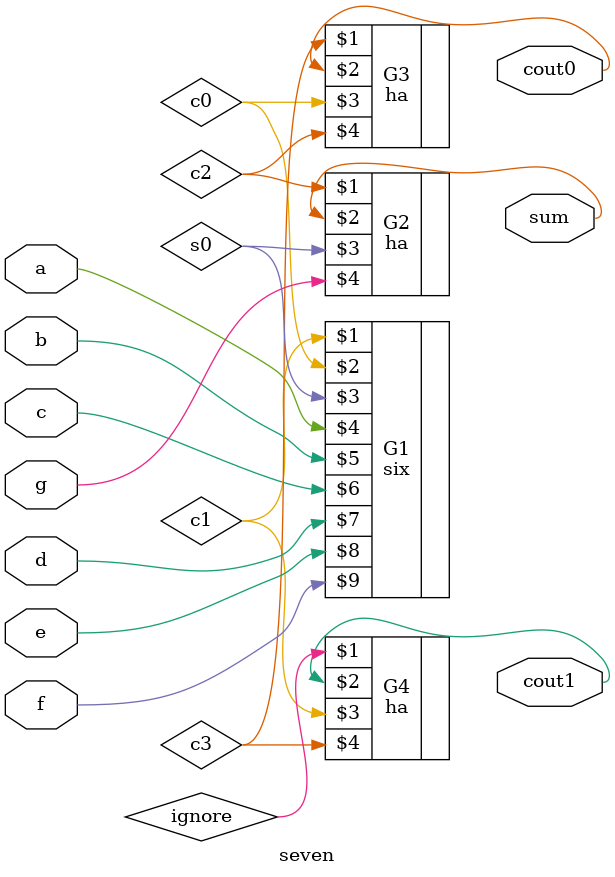
<source format=v>
module seven(cout1,cout0,sum,a,b,c,d,e,f,g);
input a,b,c,d,e,f,g;
output cout1,cout0,sum;

///wire c00,c0,c1,sum,c11,cout0,unused,cout1;

six G1 (c1,c0,s0,a,b,c,d,e,f);
ha G2 (c2,sum,s0,g);
ha G3 (c3,cout0,c0,c2);
ha G4 (ignore,cout1,c1,c3);


endmodule


</source>
